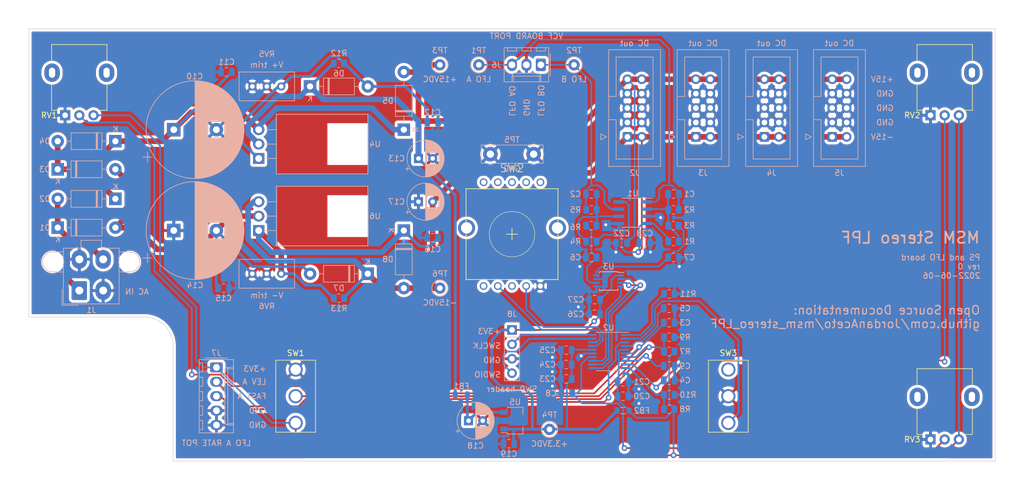
<source format=kicad_pcb>
(kicad_pcb (version 20211014) (generator pcbnew)
  (title_block (title "MSS Stereo LPF PS and LFO board") (date "2022-06-07") (rev "0") (comment 1 "creativecommons.org/licences/by/4.0") (comment 2 "License: CC by 4.0") (comment 3 "Drawn by: Jordan Aceto"))
  (layers (0 "F.Cu" signal) (31 "B.Cu" signal) (34 "B.Paste" user) (35 "F.Paste" user) (36 "B.SilkS" user "B.Silkscreen") (37 "F.SilkS" user "F.Silkscreen") (38 "B.Mask" user) (39 "F.Mask" user) (44 "Edge.Cuts" user))
  (net 0 "")
  (net 1 "Net-(C1-Pad1)")
  (net 2 "/LFO_A_FINAL")
  (net 3 "Net-(C2-Pad1)")
  (net 4 "/LFO_B_FINAL")
  (net 5 "/digital_lfo/LFO_A_FREQ_CV")
  (net 6 "GND")
  (net 7 "/digital_lfo/LFO_B_FREQ_CV")
  (net 8 "Net-(C5-Pad1)")
  (net 9 "/digital_lfo/LFO_B")
  (net 10 "/digital_lfo/LFO_A")
  (net 11 "/digital_lfo/LFO_B_LEVEL_CV")
  (net 12 "/digital_lfo/LFO_A_LEVEL_CV")
  (net 13 "Net-(C10-Pad1)")
  (net 14 "Net-(C12-Pad1)")
  (net 15 "+15V")
  (net 16 "Net-(C14-Pad2)")
  (net 17 "Net-(C16-Pad2)")
  (net 18 "-15V")
  (net 19 "Net-(C18-Pad1)")
  (net 20 "+3V3")
  (net 21 "+3.3VA")
  (net 22 "/power_supply/AC_VIN_1")
  (net 23 "/power_supply/AC_VIN_2")
  (net 24 "/digital_lfo/SYS_SWCLK")
  (net 25 "/digital_lfo/SYS_SWDIO")
  (net 26 "/digital_lfo/LFO_A_SHAPE_CV")
  (net 27 "/digital_lfo/LFO_B_SHAPE_CV")
  (net 28 "Net-(R11-Pad1)")
  (net 29 "/digital_lfo/INVERT_B_SW")
  (net 30 "/digital_lfo/FAST_A_SW")
  (net 31 "/digital_lfo/SPI1_SCK")
  (net 32 "/digital_lfo/SPI1_DAC_CS")
  (net 33 "/digital_lfo/SPI1_MOSI")
  (net 34 "/digital_lfo/SWEEP_MODE_SW_1")
  (net 35 "/digital_lfo/SWEEP_MODE_SW_2")
  (footprint "custom_footprints:SR1712F_rotary_switch" (layer "F.Cu") (at 153.67 61.595)
    (fp_text reference "SW2")
    (fp_text value "SR1712F-0203" hide)
  )
  (footprint "custom_footprints:SPDT_mini_toggle" (layer "F.Cu") (at 191.77 90.17)
    (fp_text reference "SW3")
    (fp_text value "SW_SPDT")
  )
  (footprint "Potentiometer_THT:Potentiometer_Alpha_RD901F-40-00D_Single_Vertical" (layer "F.Cu") (at 227.37 97.79 90)
    (fp_text reference "RV3")
    (fp_text value "10k")
  )
  (footprint "custom_footprints:SPDT_mini_toggle" (layer "F.Cu") (at 115.57 90.17)
    (fp_text reference "SW1")
    (fp_text value "SW_SPDT_center_off")
  )
  (footprint "Potentiometer_THT:Potentiometer_Alpha_RD901F-40-00D_Single_Vertical" (layer "F.Cu") (at 227.37 40.64 90)
    (fp_text reference "RV2")
    (fp_text value "10k")
  )
  (footprint "Potentiometer_THT:Potentiometer_Alpha_RD901F-40-00D_Single_Vertical" (layer "F.Cu") (at 74.97 40.64 90)
    (fp_text reference "RV1")
    (fp_text value "10k")
  )
  (footprint "Diode_THT:D_DO-41_SOD81_P10.16mm_Horizontal" (layer "B.Cu") (at 83.82 45.212 180)
    (fp_text reference "D4")
    (fp_text value "1N4002")
  )
  (footprint "Capacitor_SMD:C_0805_2012Metric" (layer "B.Cu") (at 168.2165 73.152 180)
    (fp_text reference "C27")
    (fp_text value "100n")
  )
  (footprint "Capacitor_SMD:C_0805_2012Metric" (layer "B.Cu") (at 163.228 87.122 180)
    (fp_text reference "C23")
    (fp_text value "10u")
  )
  (footprint "Diode_THT:D_DO-41_SOD81_P10.16mm_Horizontal" (layer "B.Cu") (at 83.82 55.372 180)
    (fp_text reference "D2")
    (fp_text value "1N4002")
  )
  (footprint "Resistor_SMD:R_0805_2012Metric" (layer "B.Cu") (at 182.118 62.898)
    (fp_text reference "R1")
    (fp_text value "100k")
  )
  (footprint "Capacitor_THT:CP_Radial_D6.3mm_P2.50mm" (layer "B.Cu") (at 137.2 55.88)
    (fp_text reference "C17")
    (fp_text value "10u")
  )
  (footprint "Connector_IDC:IDC-Header_2x05_P2.54mm_Vertical" (layer "B.Cu") (at 210.0675 44.45)
    (fp_text reference "J5")
    (fp_text value "power_out")
  )
  (footprint "Diode_THT:D_DO-41_SOD81_P10.16mm_Horizontal" (layer "B.Cu") (at 73.66 60.452)
    (fp_text reference "D1")
    (fp_text value "1N4002")
  )
  (footprint "Resistor_SMD:R_0805_2012Metric" (layer "B.Cu") (at 167.64 57.31 180)
    (fp_text reference "R5")
    (fp_text value "33k")
  )
  (footprint "Capacitor_SMD:C_0805_2012Metric" (layer "B.Cu") (at 181.356 77.216)
    (fp_text reference "C3")
    (fp_text value "100n")
  )
  (footprint "Capacitor_SMD:C_0805_2012Metric" (layer "B.Cu") (at 103.378 33.02 180)
    (fp_text reference "C11")
    (fp_text value "100n")
  )
  (footprint "Capacitor_SMD:C_0805_2012Metric" (layer "B.Cu") (at 102.87 71.12 180)
    (fp_text reference "C15")
    (fp_text value "100n")
  )
  (footprint "Inductor_SMD:L_0805_2012Metric" (layer "B.Cu") (at 173.228 92.71)
    (fp_text reference "FB2")
    (fp_text value "100R @ 100MHz")
  )
  (footprint "Capacitor_SMD:C_0805_2012Metric" (layer "B.Cu") (at 172.974 63.152 180)
    (fp_text reference "C22")
    (fp_text value "100n")
  )
  (footprint "TestPoint:TestPoint_Keystone_5000-5004_Miniature" (layer "B.Cu") (at 140.97 31.75)
    (fp_text reference "TP3")
    (fp_text value "V+")
  )
  (footprint "Capacitor_SMD:C_0805_2012Metric" (layer "B.Cu") (at 139.7 62.23)
    (fp_text reference "C16")
    (fp_text value "100n")
  )
  (footprint "Capacitor_SMD:C_0805_2012Metric" (layer "B.Cu") (at 163.228 84.582 180)
    (fp_text reference "C24")
    (fp_text value "100n")
  )
  (footprint "Connector_IDC:IDC-Header_2x05_P2.54mm_Vertical" (layer "B.Cu") (at 186.055 44.45)
    (fp_text reference "J3")
    (fp_text value "power_out")
  )
  (footprint "Capacitor_SMD:C_0805_2012Metric" (layer "B.Cu") (at 173.228 90.17)
    (fp_text reference "C20")
    (fp_text value "1u")
  )
  (footprint "Capacitor_SMD:C_0805_2012Metric" (layer "B.Cu") (at 163.322 89.662 180)
    (fp_text reference "C8")
    (fp_text value "100n")
  )
  (footprint "Package_TO_SOT_THT:TO-220F-3_Horizontal_TabDown" (layer "B.Cu") (at 109.06 48.26 90)
    (fp_text reference "U4")
    (fp_text value "LM317_TO-220")
  )
  (footprint "TestPoint:TestPoint_Keystone_5000-5004_Miniature" (layer "B.Cu") (at 164.592 31.75)
    (fp_text reference "TP2")
    (fp_text value "LFO_B")
  )
  (footprint "Resistor_SMD:R_0805_2012Metric" (layer "B.Cu") (at 123.19 31.496)
    (fp_text reference "R12")
    (fp_text value "240")
  )
  (footprint "Diode_THT:D_DO-41_SOD81_P10.16mm_Horizontal" (layer "B.Cu") (at 73.66 50.165)
    (fp_text reference "D3")
    (fp_text value "1N4002")
  )
  (footprint "Capacitor_SMD:C_0805_2012Metric" (layer "B.Cu") (at 163.228 82.042 180)
    (fp_text reference "C25")
    (fp_text value "100n")
  )
  (footprint "Capacitor_SMD:C_0805_2012Metric" (layer "B.Cu") (at 139.7 41.91)
    (fp_text reference "C12")
    (fp_text value "100n")
  )
  (footprint "Capacitor_SMD:C_0805_2012Metric" (layer "B.Cu") (at 181.356 84.836)
    (fp_text reference "C9")
    (fp_text value "100n")
  )
  (footprint "Capacitor_SMD:C_0805_2012Metric" (layer "B.Cu") (at 181.356 74.676)
    (fp_text reference "C5")
    (fp_text value "100n")
  )
  (footprint "Resistor_SMD:R_0805_2012Metric" (layer "B.Cu") (at 181.356 82.296 180)
    (fp_text reference "R7")
    (fp_text value "R")
  )
  (footprint "Resistor_SMD:R_0805_2012Metric" (layer "B.Cu") (at 182.118 60.104 180)
    (fp_text reference "R3")
    (fp_text value "6k8")
  )
  (footprint "Package_SO:TSSOP-20_4.4x6.5mm_P0.65mm" (layer "B.Cu") (at 170.688 82.296 180)
    (fp_text reference "U2")
    (fp_text value "STM32L031F4Px")
  )
  (footprint "Capacitor_THT:CP_Radial_D6.3mm_P2.50mm" (layer "B.Cu") (at 146.0115 94.488)
    (fp_text reference "C18")
    (fp_text value "2u2")
  )
  (footprint "Package_SO:SOIC-8_3.9x4.9mm_P1.27mm" (layer "B.Cu") (at 174.945 57.818 180)
    (fp_text reference "U1")
    (fp_text value "TL072")
  )
  (footprint "Package_TO_SOT_THT:TO-220F-3_Horizontal_TabDown" (layer "B.Cu") (at 109.06 60.96 90)
    (fp_text reference "U6")
    (fp_text value "LM337_TO220")
  )
  (footprint "Capacitor_SMD:C_0805_2012Metric" (layer "B.Cu") (at 173.228 87.63)
    (fp_text reference "C21")
    (fp_text value "100n")
  )
  (footprint "Connector_IDC:IDC-Header_2x05_P2.54mm_Vertical" (layer "B.Cu") (at 173.99 44.45)
    (fp_text reference "J2")
    (fp_text value "power_out")
  )
  (footprint "Connector_PinHeader_2.54mm:PinHeader_1x04_P2.54mm_Vertical" (layer "B.Cu") (at 153.67 78.486 180)
    (fp_text reference "J8")
    (fp_text value "swd_header")
  )
  (footprint "Diode_THT:D_DO-41_SOD81_P10.16mm_Horizontal" (layer "B.Cu") (at 118.11 35.56)
    (fp_text reference "D6")
    (fp_text value "1N4002")
  )
  (footprint "TestPoint:TestPoint_Keystone_5000-5004_Miniature" (layer "B.Cu") (at 140.97 71.12)
    (fp_text reference "TP6")
    (fp_text value "V-")
  )
  (footprint "Capacitor_SMD:C_0805_2012Metric" (layer "B.Cu") (at 167.64 65.692 180)
    (fp_text reference "C6")
    (fp_text value "1u")
  )
  (footprint "Capacitor_THT:CP_Radial_D17.0mm_P7.50mm" (layer "B.Cu") (at 94.1 43.18)
    (fp_text reference "C10")
    (fp_text value "3300u")
  )
  (footprint "Inductor_SMD:L_0805_2012Metric" (layer "B.Cu") (at 144.7415 89.916)
    (fp_text reference "FB1")
    (fp_text value "100R @ 100MHz")
  )
  (footprint "Resistor_SMD:R_0805_2012Metric" (layer "B.Cu") (at 181.356 89.916)
    (fp_text reference "R10")
    (fp_text value "10k")
  )
  (footprint "Resistor_SMD:R_0805_2012Metric" (layer "B.Cu") (at 167.64 62.898 180)
    (fp_text reference "R4")
    (fp_text value "100k")
  )
  (footprint "TestPoint:TestPoint_Keystone_5000-5004_Miniature" (layer "B.Cu") (at 160.274 96.012)
    (fp_text reference "TP4")
    (fp_text value "3v3")
  )
  (footprint "Capacitor_THT:CP_Radial_D6.3mm_P2.50mm" (layer "B.Cu") (at 137.2 48.26)
    (fp_text reference "C13")
    (fp_text value "10u")
  )
  (footprint "Resistor_SMD:R_0805_2012Metric" (layer "B.Cu") (at 182.118 57.31)
    (fp_text reference "R2")
    (fp_text value "33k")
  )
  (footprint "Resistor_SMD:R_0805_2012Metric" (layer "B.Cu") (at 181.356 79.756)
    (fp_text reference "R9")
    (fp_text value "R")
  )
  (footprint "Diode_THT:D_DO-41_SOD81_P10.16mm_Horizontal" (layer "B.Cu") (at 134.62 60.96 -90)
    (fp_text reference "D8")
    (fp_text value "1N4002")
  )
  (footprint "Diode_THT:D_DO-41_SOD81_P10.16mm_Horizontal" (layer "B.Cu") (at 134.62 43.18 90)
    (fp_text reference "D5")
    (fp_text value "1N4002")
  )
  (footprint "Resistor_SMD:R_0805_2012Metric" (layer "B.Cu") (at 181.356 92.456 180)
    (fp_text reference "R8")
    (fp_text value "DNF")
  )
  (footprint "Resistor_SMD:R_0805_2012Metric" (layer "B.Cu") (at 123.19 72.898)
    (fp_text reference "R13")
    (fp_text value "240")
  )
  (footprint "Connector_Molex:Molex_Mini-Fit_Jr_5566-04A2_2x02_P4.20mm_Vertical" (layer "B.Cu") (at 77.47 71.54)
    (fp_text reference "J1")
    (fp_text value "AC_power_in")
  )
  (footprint "TestPoint:TestPoint_Bridge_Pitch7.62mm_Drill1.3mm" (layer "B.Cu") (at 149.86 47.498)
    (fp_text reference "TP5")
    (fp_text value "GND")
  )
  (footprint "Capacitor_SMD:C_0805_2012Metric" (layer "B.Cu") (at 153.1235 98.552 180)
    (fp_text reference "C19")
    (fp_text value "100n")
  )
  (footprint "Resistor_SMD:R_0805_2012Metric" (layer "B.Cu") (at 167.64 60.104)
    (fp_text reference "R6")
    (fp_text value "6k8")
  )
  (footprint "TestPoint:TestPoint_Keystone_5000-5004_Miniature" (layer "B.Cu") (at 147.828 31.75)
    (fp_text reference "TP1")
    (fp_text value "LFO_A")
  )
  (footprint "Capacitor_SMD:C_0805_2012Metric" (layer "B.Cu") (at 182.118 54.516)
    (fp_text reference "C1")
    (fp_text value "?")
  )
  (footprint "Capacitor_THT:CP_Radial_D17.0mm_P7.50mm" (layer "B.Cu") (at 94.1 60.96)
    (fp_text reference "C14")
    (fp_text value "3300u")
  )
  (footprint "Potentiometer_THT:Potentiometer_Bourns_3296W_Vertical" (layer "B.Cu") (at 113.03 35.56)
    (fp_text reference "RV5")
    (fp_text value "5k")
  )
  (footprint "Potentiometer_THT:Potentiometer_Bourns_3296W_Vertical" (layer "B.Cu") (at 107.94 68.58 180)
    (fp_text reference "RV6")
    (fp_text value "5k")
  )
  (footprint "Resistor_SMD:R_0805_2012Metric" (layer "B.Cu") (at 181.356 72.136)
    (fp_text reference "R11")
    (fp_text value "10k")
  )
  (footprint "Capacitor_SMD:C_0805_2012Metric" (layer "B.Cu") (at 177.038 63.152 180)
    (fp_text reference "C28")
    (fp_text value "100n")
  )
  (footprint "Capacitor_SMD:C_0805_2012Metric" (layer "B.Cu") (at 181.356 87.376)
    (fp_text reference "C4")
    (fp_text value "100n")
  )
  (footprint "Connector_IDC:IDC-Header_2x05_P2.54mm_Vertical" (layer "B.Cu") (at 198.12 44.45)
    (fp_text reference "J4")
    (fp_text value "power_out")
  )
  (footprint "Connector_Molex:Molex_KK-254_AE-6410-05A_1x05_P2.54mm_Vertical" (layer "B.Cu") (at 101.62 85.09 -90)
    (fp_text reference "J7")
    (fp_text value "rate_pot")
  )
  (footprint "Capacitor_SMD:C_0805_2012Metric" (layer "B.Cu") (at 168.2165 75.692 180)
    (fp_text reference "C26")
    (fp_text value "10u")
  )
  (footprint "Diode_THT:D_DO-41_SOD81_P10.16mm_Horizontal" (layer "B.Cu") (at 128.27 68.58 180)
    (fp_text reference "D7")
    (fp_text value "1N4002")
  )
  (footprint "Package_TO_SOT_SMD:SOT-89-3" (layer "B.Cu") (at 153.924 94.488)
    (fp_text reference "U5")
    (fp_text value "L78L33_SOT89")
  )
  (footprint "Capacitor_SMD:C_0805_2012Metric" (layer "B.Cu") (at 167.64 54.516 180)
    (fp_text reference "C2")
    (fp_text value "?")
  )
  (footprint "Capacitor_SMD:C_0805_2012Metric" (layer "B.Cu") (at 182.118 65.692)
    (fp_text reference "C7")
    (fp_text value "1u")
  )
  (footprint "Connector_Molex:Molex_KK-254_AE-6410-03A_1x03_P2.54mm_Vertical" (layer "B.Cu") (at 158.75 31.75 180)
    (fp_text reference "J6")
    (fp_text value "filter_board_port")
  )
  (footprint "Package_SO:TSSOP-8_3x3mm_P0.65mm" (layer "B.Cu") (at 170.688 69.85 180)
    (fp_text reference "U3")
    (fp_text value "MCP4822")
  )
  (gr_line (start 238.76 101.6) (end 93.98 101.6) (layer "Edge.Cuts") (width 0.1))
  (gr_line (start 68.58 25.4) (end 238.76 25.4) (layer "Edge.Cuts") (width 0.1))
  (gr_line (start 68.58 76.2) (end 68.58 25.4) (layer "Edge.Cuts") (width 0.1))
  (gr_line (start 88.9 76.2) (end 68.58 76.2) (layer "Edge.Cuts") (width 0.1))
  (gr_line (start 93.98 101.6) (end 93.98 81.28) (layer "Edge.Cuts") (width 0.1))
  (gr_arc (start 88.9 76.2) (mid 92.492102 77.687898) (end 93.98 81.28) (layer "Edge.Cuts") (width 0.1))
  (gr_line (start 238.76 25.4) (end 238.76 101.6) (layer "Edge.Cuts") (width 0.1))
  (gr_text "SWCLK" (at 151.765 81.28) (layer "B.SilkS") (effects (font (size 1 1)) (justify left mirror)))
  (gr_text "LFO A RATE POT" (at 101.6 98.425) (layer "B.SilkS") (effects (font (size 1 1)) (justify mirror)))
  (gr_text "DC out" (at 211.3375 27.94) (layer "B.SilkS") (effects (font (size 1 1)) (justify mirror)))
  (gr_text "GND" (at 151.765 83.82) (layer "B.SilkS") (effects (font (size 1 1)) (justify left mirror)))
  (gr_text "DC out" (at 187.325 27.94) (layer "B.SilkS") (effects (font (size 1 1)) (justify mirror)))
  (gr_text "-15VDC" (at 140.97 73.66) (layer "B.SilkS") (effects (font (size 1 1)) (justify mirror)))
  (gr_text "GND" (at 220.98 36.83) (layer "B.SilkS") (effects (font (size 1 1)) (justify left mirror)))
  (gr_text "LFO A" (at 147.828 34.29) (layer "B.SilkS") (effects (font (size 1 1)) (justify mirror)))
  (gr_text "LFO B" (at 164.592 34.29) (layer "B.SilkS") (effects (font (size 1 1)) (justify mirror)))
  (gr_text "PS and LFO board\nrev 0\n2022-06-06" (at 236.22 67.31) (layer "B.SilkS") (effects (font (size 1 1)) (justify left mirror)))
  (gr_text "GND" (at 110.49 92.71) (layer "B.SilkS") (effects (font (size 1 1)) (justify left mirror)))
  (gr_text "V+ trim" (at 110.49 31.75) (layer "B.SilkS") (effects (font (size 1 1)) (justify mirror)))
  (gr_text "GND" (at 153.67 50.038) (layer "B.SilkS") (effects (font (size 1 1)) (justify mirror)))
  (gr_text "LFO AO" (at 153.67 40.894 270) (layer "B.SilkS") (effects (font (size 1 1)) (justify left mirror)))
  (gr_text "Open Source Documentation:\ngithub.com/JordanAceto/msm_stereo_LPF" (at 236.22 76.2) (layer "B.SilkS") (effects (font (size 1.5 1.5) (thickness 0.2)) (justify left mirror)))
  (gr_text "DC out" (at 175.26 27.94) (layer "B.SilkS") (effects (font (size 1 1)) (justify mirror)))
  (gr_text "GND" (at 156.21 40.894 270) (layer "B.SilkS") (effects (font (size 1 1)) (justify left mirror)))
  (gr_text "MSM Stereo LPF" (at 236.22 62.23) (layer "B.SilkS") (effects (font (size 2 2) (thickness 0.3)) (justify left mirror)))
  (gr_text "+3V3" (at 151.765 78.74) (layer "B.SilkS") (effects (font (size 1 1)) (justify left mirror)))
  (gr_text "+15VDC" (at 140.97 34.29) (layer "B.SilkS") (effects (font (size 1 1)) (justify mirror)))
  (gr_text "SWD header" (at 153.67 88.9) (layer "B.SilkS") (effects (font (size 1 1)) (justify mirror)))
  (gr_text "DC out" (at 199.39 27.94) (layer "B.SilkS") (effects (font (size 1 1)) (justify mirror)))
  (gr_text "AC IN" (at 87.63 71.755) (layer "B.SilkS") (effects (font (size 1 1)) (justify mirror)))
  (gr_text "GND" (at 220.98 39.37) (layer "B.SilkS") (effects (font (size 1 1)) (justify left mirror)))
  (gr_text "LFO BO" (at 158.75 40.894 270) (layer "B.SilkS") (effects (font (size 1 1)) (justify left mirror)))
  (gr_text "SWDIO" (at 151.765 86.36) (layer "B.SilkS") (effects (font (size 1 1)) (justify left mirror)))
  (gr_text "FAST A" (at 110.49 90.17) (layer "B.SilkS") (effects (font (size 1 1)) (justify left mirror)))
  (gr_text "VCF BOARD PORT" (at 156.21 26.67) (layer "B.SilkS") (effects (font (size 1 1)) (justify mirror)))
  (gr_text "GND" (at 110.49 95.25) (layer "B.SilkS") (effects (font (size 1 1)) (justify left mirror)))
  (gr_text "V- trim" (at 110.49 72.39) (layer "B.SilkS") (effects (font (size 1 1)) (justify mirror)))
  (gr_text "+3V3" (at 110.49 85.34) (layer "B.SilkS") (effects (font (size 1 1)) (justify left mirror)))
  (gr_text "GND" (at 220.98 41.91) (layer "B.SilkS") (effects (font (size 1 1)) (justify left mirror)))
  (gr_text "LEV A" (at 110.49 87.63) (layer "B.SilkS") (effects (font (size 1 1)) (justify left mirror)))
  (gr_text "-15V" (at 220.98 44.45) (layer "B.SilkS") (effects (font (size 1 1)) (justify left mirror)))
  (gr_text "+3.3VDC" (at 160.274 98.552) (layer "B.SilkS") (effects (font (size 1 1)) (justify mirror)))
  (gr_text "+15V" (at 220.98 34.29) (layer "B.SilkS") (effects (font (size 1 1)) (justify left mirror)))
  (segment (start 181.168 60.0665) (end 181.2055 60.104) (width 0.3) (layer "B.Cu") (net 1))
  (segment (start 183.0305 62.898) (end 183.0305 61.929) (width 0.3) (layer "B.Cu") (net 1))
  (segment (start 183.0305 61.929) (end 181.2055 60.104) (width 0.3) (layer "B.Cu") (net 1))
  (segment (start 177.42 57.183) (end 181.0785 57.183) (width 0.3) (layer "B.Cu") (net 1))
  (segment (start 181.0785 57.183) (end 181.2055 57.31) (width 0.3) (layer "B.Cu") (net 1))
  (segment (start 181.168 54.516) (end 181.168 60.0665) (width 0.3) (layer "B.Cu") (net 1))
  (segment (start 183.0305 54.5535) (end 183.068 54.516) (width 0.3) (layer "B.Cu") (net 2))
  (segment (start 183.068 54.516) (end 183.068 54.196) (width 0.3) (layer "B.Cu") (net 2))
  (segment (start 181.323 52.992) (end 181.864 52.992) (width 0.3) (layer "B.Cu") (net 2))
  (segment (start 180.34 52.992) (end 179.578 53.754) (width 0.3) (layer "B.Cu") (net 2))
  (segment (start 180.34 52.992) (end 181.323 52.992) (width 0.3) (layer "B.Cu") (net 2))
  (segment (start 179.578 55.278) (end 178.943 55.913) (width 0.3) (layer "B.Cu") (net 2))
  (segment (start 181.323 52.992) (end 181.356 52.959) (width 0.3) (layer "B.Cu") (net 2))
  (segment (start 183.068 54.196) (end 181.864 52.992) (width 0.3) (layer "B.Cu") (net 2))
  (segment (start 183.0305 57.31) (end 183.0305 54.5535) (width 0.3) (layer "B.Cu") (net 2))
  (segment (start 158.115 27.305) (end 153.67 31.75) (width 0.3) (layer "B.Cu") (net 2))
  (segment (start 153.67 31.75) (end 147.828 31.75) (width 0.3) (layer "B.Cu") (net 2))
  (segment (start 179.578 53.754) (end 179.578 55.278) (width 0.3) (layer "B.Cu") (net 2))
  (segment (start 181.356 28.956) (end 179.705 27.305) (width 0.3) (layer "B.Cu") (net 2))
  (segment (start 179.705 27.305) (end 158.115 27.305) (width 0.3) (layer "B.Cu") (net 2))
  (segment (start 178.943 55.913) (end 177.42 55.913) (width 0.3) (layer "B.Cu") (net 2))
  (segment (start 181.356 52.959) (end 181.356 28.956) (width 0.3) (layer "B.Cu") (net 2))
  (segment (start 168.651 58.453) (end 168.59 58.514) (width 0.3) (layer "B.Cu") (net 3))
  (segment (start 165.354 61.5245) (end 166.7275 62.898) (width 0.3) (layer "B.Cu") (net 3))
  (segment (start 172.47 58.453) (end 168.651 58.453) (width 0.3) (layer "B.Cu") (net 3))
  (segment (start 168.524 58.58) (end 166.116 58.58) (width 0.3) (layer "B.Cu") (net 3))
  (segment (start 168.651 58.453) (end 168.524 58.58) (width 0.3) (layer "B.Cu") (net 3))
  (segment (start 166.116 58.58) (end 165.354 59.342) (width 0.3) (layer "B.Cu") (net 3))
  (segment (start 168.59 60.0665) (end 168.5525 60.104) (width 0.3) (layer "B.Cu") (net 3))
  (segment (start 168.59 54.516) (end 168.59 58.514) (width 0.3) (layer "B.Cu") (net 3))
  (segment (start 165.354 59.342) (end 165.354 61.5245) (width 0.3) (layer "B.Cu") (net 3))
  (segment (start 168.59 58.514) (end 168.59 60.0665) (width 0.3) (layer "B.Cu") (net 3))
  (segment (start 166.69 57.2725) (end 166.7275 57.31) (width 0.3) (layer "B.Cu") (net 4))
  (segment (start 167.64 34.798) (end 164.592 31.75) (width 0.3) (layer "B.Cu") (net 4))
  (segment (start 167.64 52.992) (end 167.64 34.798) (width 0.3) (layer "B.Cu") (net 4))
  (segment (start 164.592 31.75) (end 158.75 31.75) (width 0.3) (layer "B.Cu") (net 4))
  (segment (start 166.69 53.942) (end 166.69 54.516) (width 0.3) (layer "B.Cu") (net 4))
  (segment (start 169.926 56.04) (end 169.926 54.008) (width 0.3) (layer "B.Cu") (net 4))
  (segment (start 171.069 57.183) (end 169.926 56.04) (width 0.3) (layer "B.Cu") (net 4))
  (segment (start 169.926 54.008) (end 168.91 52.992) (width 0.3) (layer "B.Cu") (net 4))
  (segment (start 167.64 52.992) (end 166.69 53.942) (width 0.3) (layer "B.Cu") (net 4))
  (segment (start 166.69 54.516) (end 166.69 57.2725) (width 0.3) (layer "B.Cu") (net 4))
  (segment (start 172.47 57.183) (end 171.069 57.183) (width 0.3) (layer "B.Cu") (net 4))
  (segment (start 167.64 52.992) (end 168.91 52.992) (width 0.3) (layer "B.Cu") (net 4))
  (segment (start 116.332 88.392) (end 117.610489 89.670489) (width 0.3) (layer "F.Cu") (net 5))
  (segment (start 176.058018 81.751982) (end 176.058018 81.511021) (width 0.3) (layer "F.Cu") (net 5))
  (segment (start 168.139511 89.670489) (end 176.058018 81.751982) (width 0.3) (layer "F.Cu") (net 5))
  (segment (start 117.610489 89.670489) (end 168.139511 89.670489) (width 0.3) (layer "F.Cu") (net 5))
  (segment (start 102.299661 86.36) (end 104.331661 88.392) (width 0.3) (layer "F.Cu") (net 5))
  (segment (start 104.331661 88.392) (end 116.332 88.392) (width 0.3) (layer "F.Cu") (net 5))
  (segment (start 97.282 86.36) (end 102.299661 86.36) (width 0.3) (layer "F.Cu") (net 5))
  (via (at 176.058018 81.511021) (size 1) (drill 0.5) (layers "F.Cu" "B.Cu") (net 5))
  (via (at 97.282 86.36) (size 1) (drill 0.5) (layers "F.Cu" "B.Cu") (net 5))
  (segment (start 180.406 77.216) (end 180.406 77.404) (width 0.3) (layer "B.Cu") (net 5))
  (segment (start 77.47 40.64) (end 78.74 41.91) (width 0.3) (layer "B.Cu") (net 5))
  (segment (start 173.5505 82.621) (end 174.948039 82.621) (width 0.3) (layer "B.Cu") (net 5))
  (segment (start 180.406 77.404) (end 176.298979 81.511021) (width 0.3) (layer "B.Cu") (net 5))
  (segment (start 90.678 46.482) (end 90.678 68.072) (width 0.3) (layer "B.Cu") (net 5))
  (segment (start 78.74 41.91) (end 86.106 41.91) (width 0.3) (layer "B.Cu") (net 5))
  (segment (start 176.298979 81.511021) (end 176.058018 81.511021) (width 0.3) (layer "B.Cu") (net 5))
  (segment (start 86.106 41.91) (end 90.678 46.482) (width 0.3) (layer "B.Cu") (net 5))
  (segment (start 90.678 68.072) (end 97.282 74.676) (width 0.3) (layer "B.Cu") (net 5))
  (segment (start 97.282 74.676) (end 97.282 86.36) (width 0.3) (layer "B.Cu") (net 5))
  (segment (start 174.948039 82.621) (end 176.058018 81.511021) (width 0.3) (layer "B.Cu") (net 5))
  (via (at 170.18 59.944) (size 1) (drill 0.5) (layers "F.Cu" "B.Cu") (net 6))
  (via (at 176.022 91.44) (size 1) (drill 0.5) (layers "F.Cu" "B.Cu") (net 6))
  (via (at 160.782 85.852) (size 1) (drill 0.5) (layers "F.Cu" "B.Cu") (net 6))
  (via (at 179.832 58.674) (size 1) (drill 0.5) (layers "F.Cu" "B.Cu") (net 6))
  (via (at 178.054 64.77) (size 1) (drill 0.5) (layers "F.Cu" "B.Cu") (net 6))
  (via (at 165.608 67.31) (size 1) (drill 0.5) (layers "F.Cu" "B.Cu") (net 6))
  (via (at 165.862 83.058) (size 1) (drill 0.5) (layers "F.Cu" "B.Cu") (net 6))
  (via (at 165.354 74.422) (size 1) (drill 0.5) (layers "F.Cu" "B.Cu") (net 6))
  (via (at 171.958 64.77) (size 1) (drill 0.5) (layers "F.Cu" "B.Cu") (net 6))
  (via (at 160.782 83.312) (size 1) (drill 0.5) (layers "F.Cu" "B.Cu") (net 6))
  (via (at 160.782 88.392) (size 1) (drill 0.5) (layers "F.Cu" "B.Cu") (net 6))
  (via (at 176.022 88.9) (size 1) (drill 0.5) (layers "F.Cu" "B.Cu") (net 6))
  (via (at 183.134 67.31) (size 1) (drill 0.5) (layers "F.Cu" "B.Cu") (net 6))
  (segment (start 169.967 70.825) (end 170.18 70.612) (width 0.3) (layer "B.Cu") (net 6))
  (segment (start 170.18 70.612) (end 170.18 69.85) (width 0.3) (layer "B.Cu") (net 6))
  (segment (start 172.024 64.704) (end 171.958 64.77) (width 0.3) (layer "B.Cu") (net 6))
  (segment (start 152.274 98.4515) (end 152.1735 98.552) (width 0.5) (layer "B.Cu") (net 6))
  (segment (start 177.988 64.704) (end 178.054 64.77) (width 0.3) (layer "B.Cu") (net 6))
  (segment (start 169.855 69.525) (end 168.538 69.525) (width 0.3) (layer "B.Cu") (net 6))
  (segment (start 168.538 70.825) (end 169.967 70.825) (width 0.3) (layer "B.Cu") (net 6))
  (segment (start 172.024 63.152) (end 172.024 64.704) (width 0.3) (layer "B.Cu") (net 6))
  (segment (start 166.299 82.621) (end 165.862 83.058) (width 0.3) (layer "B.Cu") (net 6))
  (segment (start 177.988 63.152) (end 177.988 64.704) (width 0.3) (layer "B.Cu") (net 6))
  (segment (start 167.8255 82.621) (end 166.299 82.621) (width 0.3) (layer "B.Cu") (net 6))
  (segment (start 177.42 58.453) (end 179.611 58.453) (width 0.3) (layer "B.Cu") (net 6))
  (segment (start 170.18 69.85) (end 169.855 69.525) (width 0.3) (layer "B.Cu") (net 6))
  (segment (start 170.401 59.723) (end 170.18 59.944) (width 0.3) (layer "B.Cu") (net 6))
  (segment (start 172.47 59.723) (end 170.401 59.723) (width 0.3) (layer "B.Cu") (net 6))
  (segment (start 179.611 58.453) (end 179.832 58.674) (width 0.3) (layer "B.Cu") (net 6))
  (segment (start 229.666489 83.870489) (end 183.845511 83.870489) (width 0.3) (layer "F.Cu") (net 7))
  (segment (start 229.87 84.074) (end 229.666489 83.870489) (width 0.3) (layer "F.Cu") (net 7))
  (segment (start 183.845511 83.870489) (end 179.07 88.646) (width 0.3) (layer "F.Cu") (net 7))
  (via (at 229.87 84.074) (size 1) (drill 0.5) (layers "F.Cu" "B.Cu") (net 7))
  (via (at 179.07 88.646) (size 1) (drill 0.5) (layers "F.Cu" "B.Cu") (net 7))
  (segment (start 180.406 87.376) (end 180.34 87.376) (width 0.3) (layer "B.Cu") (net 7))
  (segment (start 173.5505 84.571) (end 174.995 84.571) (width 0.3) (layer "B.Cu") (net 7))
  (segment (start 174.995 84.571) (end 179.07 88.646) (width 0.3) (layer "B.Cu") (net 7))
  (segment (start 229.87 40.64) (end 229.87 84.074) (width 0.3) (layer "B.Cu") (net 7))
  (segment (start 180.34 87.376) (end 179.07 88.646) (width 0.3) (layer "B.Cu") (net 7))
  (segment (start 176.585584 80.518) (end 179.324 77.779584) (width 0.3) (layer "B.Cu") (net 8))
  (segment (start 179.324 75.758) (end 180.406 74.676) (width 0.3) (layer "B.Cu") (net 8))
  (segment (start 179.324 77.779584) (end 179.324 75.758) (width 0.3) (layer "B.Cu") (net 8))
  (segment (start 174.711 81.321) (end 175.514 80.518) (width 0.3) (layer "B.Cu") (net 8))
  (segment (start 173.5505 81.321) (end 174.711 81.321) (width 0.3) (layer "B.Cu") (net 8))
  (segment (start 175.514 80.518) (end 176.585584 80.518) (width 0.3) (layer "B.Cu") (net 8))
  (segment (start 166.878 67.404) (end 168.59 65.692) (width 0.3) (layer "B.Cu") (net 9))
  (segment (start 166.878 69.596) (end 166.878 67.404) (width 0.3) (layer "B.Cu") (net 9))
  (segment (start 167.64 61.0165) (end 166.7275 60.104) (width 0.3) (layer "B.Cu") (net 9))
  (segment (start 167.64 64.742) (end 167.64 61.0165) (width 0.3) (layer "B.Cu") (net 9))
  (segment (start 168.59 65.692) (end 167.64 64.742) (width 0.3) (layer "B.Cu") (net 9))
  (segment (start 168.538 70.175) (end 167.457 70.175) (width 0.3) (layer "B.Cu") (net 9))
  (segment (start 167.457 70.175) (end 166.878 69.596) (width 0.3) (layer "B.Cu") (net 9))
  (segment (start 183.0305 60.104) (end 183.89252 60.96602) (width 0.3) (layer "B.Cu") (net 10))
  (segment (start 181.168 65.692) (end 179.55 67.31) (width 0.3) (layer "B.Cu") (net 10))
  (segment (start 182.871369 64.61748) (end 182.24252 64.61748) (width 0.3) (layer "B.Cu") (net 10))
  (segment (start 182.24252 64.61748) (end 181.168 65.692) (width 0.3) (layer "B.Cu") (net 10))
  (segment (start 169.418 67.31) (end 168.538 68.19) (width 0.3) (layer "B.Cu") (net 10))
  (segment (start 168.538 68.19) (end 168.538 68.875) (width 0.3) (layer "B.Cu") (net 10))
  (segment (start 179.55 67.31) (end 169.418 67.31) (width 0.3) (layer "B.Cu") (net 10))
  (segment (start 183.89252 63.596329) (end 182.871369 64.61748) (width 0.3) (layer "B.Cu") (net 10))
  (segment (start 183.89252 60.96602) (end 183.89252 63.596329) (width 0.3) (layer "B.Cu") (net 10))
  (segment (start 183.134 99.822) (end 182.626 99.314) (width 0.3) (layer "F.Cu") (net 11))
  (segment (start 182.626 99.314) (end 173.482 99.314) (width 0.3) (layer "F.Cu") (net 11))
  (segment (start 229.87 97.79) (end 227.838 99.822) (width 0.3) (layer "F.Cu") (net 11))
  (segment (start 183.134 99.822) (end 227.838 99.822) (width 0.3) (layer "F.Cu") (net 11))
  (via (at 173.482 99.314) (size 1) (drill 0.5) (layers "F.Cu" "B.Cu") (net 11))
  (segment (start 167.8255 83.271) (end 167.102283 83.271) (width 0.3) (layer "B.Cu") (net 11))
  (segment (start 164.272 89.662) (end 166.05 91.44) (width 0.3) (layer "B.Cu") (net 11))
  (segment (start 173.228 92.368845) (end 173.228 99.06) (width 0.3) (layer "B.Cu") (net 11))
  (segment (start 172.299155 91.44) (end 173.228 92.368845) (width 0.3) (layer "B.Cu") (net 11))
  (segment (start 165.862 84.511283) (end 165.862 88.9) (width 0.3) (layer "B.Cu") (net 11))
  (segment (start 173.228 99.06) (end 173.482 99.314) (width 0.3) (layer "B.Cu") (net 11))
  (segment (start 165.1 89.662) (end 164.272 89.662) (width 0.3) (layer "B.Cu") (net 11))
  (segment (start 167.102283 83.271) (end 165.862 84.511283) (width 0.3) (layer "B.Cu") (net 11))
  (segment (start 166.05 91.44) (end 172.299155 91.44) (width 0.3) (layer "B.Cu") (net 11))
  (segment (start 165.862 88.9) (end 165.1 89.662) (width 0.3) (layer "B.Cu") (net 11))
  (segment (start 117.324051 90.678) (end 169.232624 90.678) (width 0.3) (layer "F.Cu") (net 12))
  (segment (start 101.62 87.63) (end 105.938 91.948) (width 0.3) (layer "F.Cu") (net 12))
  (segment (start 105.938 91.948) (end 116.054051 91.948) (width 0.3) (layer "F.Cu") (net 12))
  (segment (start 176.852624 83.058) (end 177.292 83.058) (width 0.3) (layer "F.Cu") (net 12))
  (segment (start 169.232624 90.678) (end 176.852624 83.058) (width 0.3) (layer "F.Cu") (net 12))
  (segment (start 116.054051 91.948) (end 117.324051 90.678) (width 0.3) (layer "F.Cu") (net 12))
  (via (at 177.292 83.058) (size 1) (drill 0.5) (layers "F.Cu" "B.Cu") (net 12))
  (segment (start 179.07 84.836) (end 177.292 83.058) (width 0.3) (layer "B.Cu") (net 12))
  (segment (start 173.5505 83.921) (end 175.921 83.921) (width 0.3) (layer "B.Cu") (net 12))
  (segment (start 175.921 83.921) (end 176.784 83.058) (width 0.3) (layer "B.Cu") (net 12))
  (segment (start 176.784 83.058) (end 177.292 83.058) (width 0.3) (layer "B.Cu") (net 12))
  (segment (start 180.406 84.836) (end 179.07 84.836) (width 0.3) (layer "B.Cu") (net 12))
  (segment (start 97.148 40.132) (end 94.1 43.18) (width 1) (layer "F.Cu") (net 13))
  (segment (start 83.82 55.372) (end 80.645 52.197) (width 1) (layer "F.Cu") (net 13))
  (segment (start 83.82 45.212) (end 92.068 45.212) (width 1) (layer "F.Cu") (net 13))
  (segment (start 80.645 52.197) (end 80.645 48.387) (width 1) (layer "F.Cu") (net 13))
  (segment (start 109.06 43.18) (end 108.966 43.18) (width 1) (layer "F.Cu") (net 13))
  (segment (start 80.645 48.387) (end 83.82 45.212) (width 1) (layer "F.Cu") (net 13))
  (segment (start 92.068 45.212) (end 94.1 43.18) (width 1) (layer "F.Cu") (net 13))
  (segment (start 105.918 40.132) (end 97.148 40.132) (width 1) (layer "F.Cu") (net 13))
  (segment (start 108.966 43.18) (end 105.918 40.132) (width 1) (layer "F.Cu") (net 13))
  (segment (start 104.328 33.02) (end 94.168 43.18) (width 0.5) (layer "B.Cu") (net 13))
  (segment (start 132.842 43.18) (end 134.62 43.18) (width 1) (layer "B.Cu") (net 13))
  (segment (start 112.268 39.37) (end 129.032 39.37) (width 1) (layer "B.Cu") (net 13))
  (segment (start 109.06 43.18) (end 109.06 42.578) (width 1) (layer "B.Cu") (net 13))
  (segment (start 94.168 43.18) (end 94.1 43.18) (width 0.5) (layer "B.Cu") (net 13))
  (segment (start 109.06 42.578) (end 112.268 39.37) (width 1) (layer "B.Cu") (net 13))
  (segment (start 129.032 39.37) (end 132.842 43.18) (width 1) (layer "B.Cu") (net 13))
  (segment (start 108.966 48.26) (end 106.172 45.466) (width 0.5) (layer "B.Cu") (net 14))
  (segment (start 124.1025 31.496) (end 122.8325 30.226) (width 0.5) (layer "B.Cu") (net 14))
  (segment (start 114.808 33.782) (end 113.03 35.56) (width 0.5) (layer "B.Cu") (net 14))
  (segment (start 138.75 41.91) (end 138.75 39.436) (width 0.5) (layer "B.Cu") (net 14))
  (segment (start 112.522 35.56) (end 113.03 35.56) (width 0.5) (layer "B.Cu") (net 14))
  (segment (start 106.172 45.466) (end 106.172 41.91) (width 0.5) (layer "B.Cu") (net 14))
  (segment (start 128.27 35.56) (end 124.206 31.496) (width 0.5) (layer "B.Cu") (net 14))
  (segment (start 138.75 39.436) (end 134.874 35.56) (width 0.5) (layer "B.Cu") (net 14))
  (segment (start 134.874 35.56) (end 128.27 35.56) (width 0.5) (layer "B.Cu") (net 14))
  (segment (start 122.8325 30.226) (end 121.666 30.226) (width 0.5) (layer "B.Cu") (net 14))
  (segment (start 106.172 41.91) (end 112.522 35.56) (width 0.5) (layer "B.Cu") (net 14))
  (segment (start 109.06 48.26) (end 108.966 48.26) (width 0.5) (layer "B.Cu") (net 14))
  (segment (start 121.666 30.226) (end 118.11 33.782) (width 0.5) (layer "B.Cu") (net 14))
  (segment (start 118.11 33.782) (end 114.808 33.782) (width 0.5) (layer "B.Cu") (net 14))
  (segment (start 124.206 31.496) (end 124.1025 31.496) (width 0.5) (layer "B.Cu") (net 14))
  (segment (start 137.2 33.06) (end 137.16 33.02) (width 1) (layer "F.Cu") (net 15))
  (segment (start 212.6075 34.29) (end 173.99 34.29) (width 1) (layer "F.Cu") (net 15))
  (segment (start 137.2 48.26) (end 137.2 33.06) (width 1) (layer "F.Cu") (net 15))
  (segment (start 137.414 41.656) (end 166.624 41.656) (width 1) (layer "F.Cu") (net 15))
  (segment (start 137.16 33.02) (end 134.62 33.02) (width 1) (layer "F.Cu") (net 15))
  (segment (start 137.16 33.02) (end 138.43 31.75) (width 1) (layer "F.Cu") (net 15))
  (segment (start 137.2 41.87) (end 137.414 41.656) (width 1) (layer "F.Cu") (net 15))
  (segment (start 138.43 31.75) (end 140.97 31.75) (width 1) (layer "F.Cu") (net 15))
  (segment (start 166.624 41.656) (end 173.99 34.29) (width 1) (layer "F.Cu") (net 15))
  (segment (start 137.2 48.26) (end 137.2 41.87) (width 1) (layer "F.Cu") (net 15))
  (segment (start 137.2 41.696) (end 133.35 37.846) (width 1) (layer "B.Cu") (net 15))
  (segment (start 173.609 55.913) (end 172.47 55.913) (width 0.3) (layer "B.Cu") (net 15))
  (segment (start 107.188 43.848) (end 109.06 45.72) (width 1) (layer "B.Cu") (net 15))
  (segment (start 112.268 37.338) (end 107.188 42.418) (width 1) (layer "B.Cu") (net 15))
  (segment (start 137.2 48.26) (end 137.2 41.696) (width 1) (layer "B.Cu") (net 15))
  (segment (start 174.244 62.832) (end 174.244 56.548) (width 0.3) (layer "B.Cu") (net 15))
  (segment (start 173.924 63.152) (end 175.26 61.816) (width 0.3) (layer "B.Cu") (net 15))
  (segment (start 122.2775 31.496) (end 122.174 31.496) (width 0.5) (layer "B.Cu") (net 15))
  (segment (start 175.26 35.56) (end 173.99 34.29) (width 0.3) (layer "B.Cu") (net 15))
  (segment (start 118.11 35.56) (end 116.332 37.338) (width 1) (layer "B.Cu") (net 15))
  (segment (start 143.679 89.916) (end 143.679 54.739) (width 0.5) (layer "B.Cu") (net 15))
  (segment (start 116.332 37.338) (end 112.268 37.338) (width 1) (layer "B.Cu") (net 15))
  (segment (start 120.396 37.846) (end 118.11 35.56) (width 1) (layer "B.Cu") (net 15))
  (segment (start 173.924 63.152) (end 174.244 62.832) (width 0.3) (layer "B.Cu") (net 15))
  (segment (start 133.35 37.846) (end 120.396 37.846) (width 1) (layer "B.Cu") (net 15))
  (segment (start 174.244 56.548) (end 173.609 55.913) (width 0.3) (layer "B.Cu") (net 15))
  (segment (start 175.26 61.816) (end 175.26 35.56) (width 0.3) (layer "B.Cu") (net 15))
  (segment (start 143.679 54.739) (end 137.2 48.26) (width 0.5) (layer "B.Cu") (net 15))
  (segment (start 107.188 42.418) (end 107.188 43.848) (width 1) (layer "B.Cu") (net 15))
  (segment (start 122.174 31.496) (end 118.11 35.56) (width 0.5) (layer "B.Cu") (net 15))
  (segment (start 83.82 60.452) (end 86.995 57.277) (width 1) (layer "F.Cu") (net 16))
  (segment (start 98.298 64.262) (end 101.6 60.96) (width 1) (layer "F.Cu") (net 16))
  (segment (start 87.376 60.452) (end 91.186 64.262) (width 1) (layer "F.Cu") (net 16))
  (segment (start 91.186 64.262) (end 98.298 64.262) (width 1) (layer "F.Cu") (net 16))
  (segment (start 86.995 53.34) (end 83.82 50.165) (width 1) (layer "F.Cu") (net 16))
  (segment (start 109.06 58.42) (end 104.14 58.42) (width 1) (layer "F.Cu") (net 16))
  (segment (start 86.995 57.277) (end 86.995 53.34) (width 1) (layer "F.Cu") (net 16))
  (segment (start 104.14 58.42) (end 101.6 60.96) (width 1) (layer "F.Cu") (net 16))
  (segment (start 83.82 60.452) (end 87.376 60.452) (width 1) (layer "F.Cu") (net 16))
  (segment (start 101.6 70.8) (end 101.6 60.96) (width 0.5) (layer "B.Cu") (net 16))
  (segment (start 101.92 71.12) (end 101.6 70.8) (width 0.5) (layer "B.Cu") (net 16))
  (segment (start 118.11 68.58) (end 116.84 67.31) (width 0.5) (layer "B.Cu") (net 16))
  (segment (start 116.84 67.31) (end 107.95 67.31) (width 0.5) (layer "B.Cu") (net 16))
  (segment (start 107.95 67.31) (end 101.6 60.96) (width 0.5) (layer "B.Cu") (net 16))
  (segment (start 113.02 68.58) (end 113.02 64.92) (width 1) (layer "F.Cu") (net 17))
  (segment (start 109.06 60.96) (end 113.02 64.92) (width 1) (layer "F.Cu") (net 17))
  (segment (start 139.126 63.754) (end 137.414 63.754) (width 0.5) (layer "B.Cu") (net 17))
  (segment (start 137.414 63.754) (end 134.62 60.96) (width 0.5) (layer "B.Cu") (net 17))
  (segment (start 109.06 62.578) (end 111.252 64.77) (width 1) (layer "B.Cu") (net 17))
  (segment (start 115.311 68.58) (end 113.02 68.58) (width 0.5) (layer "B.Cu") (net 17))
  (segment (start 140.65 62.23) (end 139.126 63.754) (width 0.5) (layer "B.Cu") (net 17))
  (segment (start 119.9915 70.612) (end 117.343 70.612) (width 0.5) (layer "B.Cu") (net 17))
  (segment (start 111.252 64.77) (end 130.81 64.77) (width 1) (layer "B.Cu") (net 17))
  (segment (start 122.2775 72.898) (end 119.9915 70.612) (width 0.5) (layer "B.Cu") (net 17))
  (segment (start 117.343 70.612) (end 115.311 68.58) (width 0.5) (layer "B.Cu") (net 17))
  (segment (start 109.06 60.96) (end 109.06 62.578) (width 1) (layer "B.Cu") (net 17))
  (segment (start 130.81 64.77) (end 134.62 60.96) (width 1) (layer "B.Cu") (net 17))
  (segment (start 175.895 64.77) (end 176.53 64.135) (width 0.3) (layer "F.Cu") (net 18))
  (segment (start 139.7 55.88) (end 144.78 50.8) (width 1) (layer "F.Cu") (net 18))
  (segment (start 144.78 50.8) (end 167.64 50.8) (width 1) (layer "F.Cu") (net 18))
  (segment (start 139.7 55.88) (end 139.7 71.12) (width 1) (layer "F.Cu") (net 18))
  (segment (start 139.7 71.12) (end 137.414 71.12) (width 1) (layer "F.Cu") (net 18))
  (segment (start 130.81 71.12) (end 128.27 68.58) (width 1) (layer "F.Cu") (net 18))
  (segment (start 137.414 71.12) (end 134.62 71.12) (width 1) (layer "F.Cu") (net 18))
  (segment (start 140.97 71.12) (end 137.414 71.12) (width 1) (layer "F.Cu") (net 18))
  (segment (start 167.64 50.8) (end 173.99 44.45) (width 1) (layer "F.Cu") (net 18))
  (segment (start 212.6075 44.45) (end 173.99 44.45) (width 1) (layer "F.Cu") (net 18))
  (segment (start 176.53 64.135) (end 176.53 44.45) (width 0.3) (layer "F.Cu") (net 18))
  (segment (start 134.62 71.12) (end 130.81 71.12) (width 1) (layer "F.Cu") (net 18))
  (via (at 175.895 64.77) (size 1) (drill 0.5) (layers "F.Cu" "B.Cu") (net 18))
  (segment (start 172.974 64.018425) (end 172.974 62.23) (width 0.3) (layer "B.Cu") (net 18))
  (segment (start 176.088 64.577) (end 175.895 64.77) (width 0.3) (layer "B.Cu") (net 18))
  (segment (start 175.895 64.77) (end 173.725575 64.77) (width 0.3) (layer "B.Cu") (net 18))
  (segment (start 108.204 55.88) (end 107.188 56.896) (width 1) (layer "B.Cu") (net 18))
  (segment (start 176.088 63.152) (end 176.088 64.577) (width 0.3) (layer "B.Cu") (net 18))
  (segment (start 173.725575 64.77) (end 172.974 64.018425) (width 0.3) (layer "B.Cu") (net 18))
  (segment (start 124.1025 72.898) (end 124.1025 72.7475) (width 0.5) (layer "B.Cu") (net 18))
  (segment (start 107.188 62.484) (end 110.998 66.294) (width 1) (layer "B.Cu") (net 18))
  (segment (start 124.1025 72.7475) (end 128.27 68.58) (width 0.5) (layer "B.Cu") (net 18))
  (segment (start 178.595 59.723) (end 177.42 59.723) (width 0.3) (layer "B.Cu") (net 18))
  (segment (start 181.2055 62.3335) (end 178.595 59.723) (width 0.3) (layer "B.Cu") (net 18))
  (segment (start 109.06 55.88) (end 108.204 55.88) (width 1) (layer "B.Cu") (net 18))
  (segment (start 176.022 60.358) (end 176.022 63.086) (width 0.3) (layer "B.Cu") (net 18))
  (segment (start 107.188 56.896) (end 107.188 62.484) (width 1) (layer "B.Cu") (net 18))
  (segment (start 181.2055 62.898) (end 181.2055 62.3335) (width 0.3) (layer "B.Cu") (net 18))
  (segment (start 172.466 61.722) (end 169.7285 61.722) (width 0.3) (layer "B.Cu") (net 18))
  (segment (start 176.657 59.723) (end 176.022 60.358) (width 0.3) (layer "B.Cu") (net 18))
  (segment (start 125.984 66.294) (end 128.27 68.58) (width 1) (layer "B.Cu") (net 18))
  (segment (start 172.974 62.23) (end 172.466 61.722) (width 0.3) (layer "B.Cu") (net 18))
  (segment (start 110.998 66.294) (end 125.984 66.294) (width 1) (layer "B.Cu") (net 18))
  (segment (start 176.022 63.086) (end 176.088 63.152) (width 0.3) (layer "B.Cu") (net 18))
  (segment (start 169.7285 61.722) (end 168.5525 62.898) (width 0.3) (layer "B.Cu") (net 18))
  (segment (start 177.42 59.723) (end 176.657 59.723) (width 0.3) (layer "B.Cu") (net 18))
  (segment (start 152.274 92.988) (end 147.5115 92.988) (width 0.5) (layer "B.Cu") (net 19))
  (segment (start 145.804 89.916) (end 145.804 94.2805) (width 0.5) (layer "B.Cu") (net 19))
  (segment (start 147.5115 92.988) (end 146.0115 94.488) (width 0.5) (layer "B.Cu") (net 19))
  (segment (start 145.804 94.2805) (end 146.0115 94.488) (width 0.5) (layer "B.Cu") (net 19))
  (segment (start 168.148 76.962) (end 166.624 78.486) (width 0.3) (layer "F.Cu") (net 20))
  (segment (start 166.624 78.486) (end 153.67 78.486) (width 0.3) (layer "F.Cu") (net 20))
  (via (at 168.148 76.962) (size 1) (drill 0.5) (layers "F.Cu" "B.Cu") (net 20))
  (segment (start 153.948 95.988) (end 157.25 95.988) (width 0.5) (layer "B.Cu") (net 20))
  (segment (start 171.196 71.1225) (end 169.1665 73.152) (width 0.3) (layer "B.Cu") (net 20))
  (segment (start 157.25 95.988) (end 157.25 90.194) (width 0.5) (layer "B.Cu") (net 20))
  (segment (start 153.948 98.4265) (end 154.0735 98.552) (width 0.5) (layer "B.Cu") (net 20))
  (segment (start 168.8875 95.988) (end 172.1655 92.71) (width 0.5) (layer "B.Cu") (net 20))
  (segment (start 150.114 80.264) (end 151.892 78.486) (width 0.5) (layer "B.Cu") (net 20))
  (segment (start 169.1665 75.9435) (end 168.148 76.962) (width 0.3) (layer "B.Cu") (net 20))
  (segment (start 163.092 95.988) (end 168.8875 95.988) (width 0.5) (layer "B.Cu") (net 20))
  (segment (start 155.448 88.392) (end 151.638 88.392) (width 0.5) (layer "B.Cu") (net 20))
  (segment (start 167.8255 81.971) (end 164.249 81.971) (width 0.3) (layer "B.Cu") (net 20))
  (segment (start 153.948 95.988) (end 153.948 98.4265) (width 0.5) (layer "B.Cu") (net 20))
  (segment (start 150.114 86.868) (end 150.114 80.264) (width 0.5) (layer "B.Cu") (net 20))
  (segment (start 151.638 88.392) (end 150.114 86.868) (width 0.5) (layer "B.Cu") (net 20))
  (segment (start 157.25 90.194) (end 155.448 88.392) (width 0.5) (layer "B.Cu") (net 20))
  (segment (start 169.1665 75.692) (end 169.1665 75.9435) (width 0.3) (layer "B.Cu") (net 20))
  (segment (start 171.917 68.875) (end 171.196 69.596) (width 0.3) (layer "B.Cu") (net 20))
  (segment (start 151.892 78.486) (end 153.67 78.486) (width 0.5) (layer "B.Cu") (net 20))
  (segment (start 157.25 95.988) (end 163.092 95.988) (width 0.5) (layer "B.Cu") (net 20))
  (segment (start 164.249 81.971) (end 164.178 82.042) (width 0.3) (layer "B.Cu") (net 20))
  (segment (start 164.178 87.122) (end 164.178 82.042) (width 0.3) (layer "B.Cu") (net 20))
  (segment (start 152.274 95.988) (end 153.948 95.988) (width 0.5) (layer "B.Cu") (net 20))
  (segment (start 172.838 68.875) (end 171.917 68.875) (width 0.3) (layer "B.Cu") (net 20))
  (segment (start 169.1665 73.152) (end 169.1665 75.946) (width 0.3) (layer "B.Cu") (net 20))
  (segment (start 163.322 87.978) (end 163.322 95.758) (width 0.3) (layer "B.Cu") (net 20))
  (segment (start 163.322 95.758) (end 163.092 95.988) (width 0.3) (layer "B.Cu") (net 20))
  (segment (start 164.178 87.122) (end 163.322 87.978) (width 0.3) (layer "B.Cu") (net 20))
  (segment (start 171.196 69.596) (end 171.196 71.1225) (width 0.3) (layer "B.Cu") (net 20))
  (segment (start 232.37 97.79) (end 229.576 100.584) (width 0.3) (layer "F.Cu") (net 21))
  (segment (start 115.57 98.552) (end 115.57 94.87) (width 0.3) (layer "F.Cu") (net 21))
  (segment (start 182.118 100.584) (end 117.602 100.584) (width 0.3) (layer "F.Cu") (net 21))
  (segment (start 117.602 100.584) (end 115.57 98.552) (width 0.3) (layer "F.Cu") (net 21))
  (segment (start 229.576 100.584) (end 182.118 100.584) (width 0.3) (layer "F.Cu") (net 21))
  (via (at 182.118 100.584) (size 1) (drill 0.5) (layers "F.Cu" "B.Cu") (net 21))
  (segment (start 172.278 90.17) (end 172.278 90.6975) (width 0.3) (layer "B.Cu") (net 21))
  (segment (start 86.36 40.64) (end 79.97 40.64) (width 0.3) (layer "B.Cu") (net 21))
  (segment (start 181.356 91.5435) (end 182.2685 92.456) (width 0.3) (layer "B.Cu") (net 21))
  (segment (start 172.735416 81.971) (end 172.46348 82.242936) (width 0.3) (layer "B.Cu") (net 21))
  (segment (start 173.5505 81.971) (end 172.735416 81.971) (width 0.3) (layer "B.Cu") (net 21))
  (segment (start 182.2685 82.296) (end 181.356 83.2085) (width 0.3) (layer "B.Cu") (net 21))
  (segment (start 174.2905 92.71) (end 175.5605 93.98) (width 0.3) (layer "B.Cu") (net 21))
  (segment (start 181.356 83.2085) (end 181.356 91.5435) (width 0.3) (layer "B.Cu") (net 21))
  (segment (start 99.314 85.09) (end 98.044 83.82) (width 0.3) (layer "B.Cu") (net 21))
  (segment (start 91.694 45.974) (end 86.36 40.64) (width 0.3) (layer "B.Cu") (net 21))
  (segment (start 101.62 85.09) (end 99.314 85.09) (width 0.3) (layer "B.Cu") (net 21))
  (segment (start 172.46348 87.44452) (end 172.278 87.63) (width 0.3) (layer "B.Cu") (net 21))
  (segment (start 182.118 100.584) (end 182.118 92.6065) (width 0.3) (layer "B.Cu") (net 21))
  (segment (start 182.118 92.6065) (end 182.2685 92.456) (width 0.3) (layer "B.Cu") (net 21))
  (segment (start 172.278 90.6975) (end 174.2905 92.71) (width 0.3) (layer "B.Cu") (net 21))
  (segment (start 172.46348 82.242936) (end 172.46348 87.44452) (width 0.3) (layer "B.Cu") (net 21))
  (segment (start 111.4 94.87) (end 101.62 85.09) (width 0.3) (layer "B.Cu") (net 21))
  (segment (start 172.278 90.17) (end 172.278 87.63) (width 0.3) (layer "B.Cu") (net 21))
  (segment (start 91.694 68.072) (end 91.694 45.974) (width 0.3) (layer "B.Cu") (net 21))
  (segment (start 98.044 74.422) (end 91.694 68.072) (width 0.3) (layer "B.Cu") (net 21))
  (segment (start 175.5605 93.98) (end 180.7445 93.98) (width 0.3) (layer "B.Cu") (net 21))
  (segment (start 115.57 94.87) (end 111.4 94.87) (width 0.3) (layer "B.Cu") (net 21))
  (segment (start 180.7445 93.98) (end 182.2685 92.456) (width 0.3) (layer "B.Cu") (net 21))
  (segment (start 232.37 40.64) (end 232.37 97.79) (width 0.3) (layer "B.Cu") (net 21))
  (segment (start 98.044 83.82) (end 98.044 74.422) (width 0.3) (layer "B.Cu") (net 21))
  (segment (start 75.311 69.381) (end 77.47 71.54) (width 1) (layer "F.Cu") (net 22))
  (segment (start 75.311 62.103) (end 75.311 69.381) (width 1) (layer "F.Cu") (net 22))
  (segment (start 73.66 60.452) (end 75.311 62.103) (width 1) (layer "F.Cu") (net 22))
  (segment (start 73.66 55.372) (end 73.66 60.452) (width 1) (layer "F.Cu") (net 22))
  (segment (start 73.66 50.165) (end 75.565 50.165) (width 1) (layer "F.Cu") (net 23))
  (segment (start 73.66 45.212) (end 73.66 50.165) (width 1) (layer "F.Cu") (net 23))
  (segment (start 75.565 50.165) (end 77.47 52.07) (width 1) (layer "F.Cu") (net 23))
  (segment (start 81.661 66.04) (end 81.67 66.04) (width 1) (layer "F.Cu") (net 23))
  (segment (start 77.47 52.07) (end 77.47 61.849) (width 1) (layer "F.Cu") (net 23))
  (segment (start 77.47 61.849) (end 81.661 66.04) (width 1) (layer "F.Cu") (net 23))
  (segment (start 167.8255 79.371) (end 155.325 79.371) (width 0.3) (layer "B.Cu") (net 24))
  (segment (start 155.325 79.371) (end 153.67 81.026) (width 0.3) (layer "B.Cu") (net 24))
  (segment (start 152.146 84.582) (end 153.67 86.106) (width 0.3) (layer "B.Cu") (net 25))
  (segment (start 152.146 82.804) (end 152.146 84.582) (width 0.3) (layer "B.Cu") (net 25))
  (segment (start 154.432 82.296) (end 152.654 82.296) (width 0.3) (layer "B.Cu") (net 25))
  (segment (start 167.8255 80.021) (end 156.707 80.021) (width 0.3) (layer "B.Cu") (net 25))
  (segment (start 152.654 82.296) (end 152.146 82.804) (width 0.3) (layer "B.Cu") (net 25))
  (segment (start 156.707 80.021) (end 154.432 82.296) (width 0.3) (layer "B.Cu") (net 25))
  (segment (start 168.978623 90.17) (end 177.614623 81.534) (width 0.3) (layer "F.Cu") (net 26))
  (segment (start 115.57 90.17) (end 168.978623 90.17) (width 0.3) (layer "F.Cu") (net 26))
  (segment (start 177.614623 81.534) (end 177.8 81.534) (width 0.3) (layer "F.Cu") (net 26))
  (via (at 177.8 81.534) (size 1) (drill 0.5) (layers "F.Cu" "B.Cu") (net 26))
  (segment (start 175.499415 83.271) (end 177.236415 81.534) (width 0.3) (layer "B.Cu") (net 26))
  (segment (start 180.4435 82.296) (end 180.4435 79.756) (width 0.3) (layer "B.Cu") (net 26))
  (segment (start 173.5505 83.271) (end 175.499415 83.271) (width 0.3) (layer "B.Cu") (net 26))
  (segment (start 179.6815 81.534) (end 180.4435 82.296) (width 0.3) (layer "B.Cu") (net 26))
  (segment (start 177.236415 81.534) (end 179.6815 81.534) (width 0.3) (layer "B.Cu") (net 26))
  (segment (start 179.07 89.916) (end 180.4435 89.916) (width 0.3) (layer "B.Cu") (net 27))
  (segment (start 174.375 85.221) (end 179.07 89.916) (width 0.3) (layer "B.Cu") (net 27))
  (segment (start 173.5505 85.221) (end 174.375 85.221) (width 0.3) (layer "B.Cu") (net 27))
  (segment (start 180.4435 92.456) (end 180.4435 89.916) (width 0.3) (layer "B.Cu") (net 27))
  (segment (start 176.319752 79.371) (end 178.32497 77.365782) (width 0.3) (layer "B.Cu") (net 28))
  (segment (start 178.32497 74.25453) (end 180.4435 72.136) (width 0.3) (layer "B.Cu") (net 28))
  (segment (start 173.5505 79.371) (end 176.319752 79.371) (width 0.3) (layer "B.Cu") (net 28))
  (segment (start 178.32497 77.365782) (end 178.32497 74.25453) (width 0.3) (layer "B.Cu") (net 28))
  (segment (start 191.77 94.87) (end 193.548 93.092) (width 0.3) (layer "B.Cu") (net 29))
  (segment (start 173.553011 80.018489) (end 173.5505 80.021) (width 0.3) (layer "B.Cu") (net 29))
  (segment (start 186.69 73.406) (end 180.103151 73.406) (width 0.3) (layer "B.Cu") (net 29))
  (segment (start 178.824481 74.68467) (end 178.824481 77.572687) (width 0.3) (layer "B.Cu") (net 29))
  (segment (start 176.378679 80.018489) (end 173.553011 80.018489) (width 0.3) (layer "B.Cu") (net 29))
  (segment (start 193.548 93.092) (end 193.548 80.264) (width 0.3) (layer "B.Cu") (net 29))
  (segment (start 193.548 80.264) (end 186.69 73.406) (width 0.3) (layer "B.Cu") (net 29))
  (segment (start 180.103151 73.406) (end 178.824481 74.68467) (width 0.3) (layer "B.Cu") (net 29))
  (segment (start 178.824481 77.572687) (end 176.378679 80.018489) (width 0.3) (layer "B.Cu") (net 29))
  (segment (start 101.62 90.17) (end 102.362 90.17) (width 0.3) (layer "F.Cu") (net 30))
  (segment (start 102.362 90.17) (end 104.648 92.456) (width 0.3) (layer "F.Cu") (net 30))
  (segment (start 116.252467 92.456) (end 117.522467 91.186) (width 0.3) (layer "F.Cu") (net 30))
  (segment (start 117.522467 91.186) (end 169.926 91.186) (width 0.3) (layer "F.Cu") (net 30))
  (segment (start 104.648 92.456) (end 116.252467 92.456) (width 0.3) (layer "F.Cu") (net 30))
  (segment (start 169.926 91.186) (end 170.688 90.424) (width 0.3) (layer "F.Cu") (net 30))
  (via (at 170.688 90.424) (size 1) (drill 0.5) (layers "F.Cu" "B.Cu") (net 30))
  (segment (start 170.688 90.424) (end 170.688 85.09) (width 0.3) (layer "B.Cu") (net 30))
  (segment (start 170.688 85.09) (end 171.963969 83.814031) (width 0.3) (layer "B.Cu") (net 30))
  (segment (start 171.963969 81.534314) (end 172.827283 80.671) (width 0.3) (layer "B.Cu") (net 30))
  (segment (start 172.827283 80.671) (end 173.5505 80.671) (width 0.3) (layer "B.Cu") (net 30))
  (segment (start 171.963969 83.814031) (end 171.963969 81.534314) (width 0.3) (layer "B.Cu") (net 30))
  (segment (start 174.244 70.612) (end 176.276 70.612) (width 0.3) (layer "F.Cu") (net 31))
  (via (at 174.244 70.612) (size 1) (drill 0.5) (layers "F.Cu" "B.Cu") (net 31))
  (via (at 176.276 70.612) (size 1) (drill 0.5) (layers "F.Cu" "B.Cu") (net 31))
  (segment (start 167.8255 85.221) (end 169.68383 85.221) (width 0.3) (layer "B.Cu") (net 31))
  (segment (start 173.807 70.175) (end 174.244 70.612) (width 0.3) (layer "B.Cu") (net 31))
  (segment (start 171.204489 75.683511) (end 176.276 70.612) (width 0.3) (layer "B.Cu") (net 31))
  (segment (start 171.204489 83.700341) (end 171.204489 75.683511) (width 0.3) (layer "B.Cu") (net 31))
  (segment (start 172.838 70.175) (end 173.807 70.175) (width 0.3) (layer "B.Cu") (net 31))
  (segment (start 169.68383 85.221) (end 171.204489 83.700341) (width 0.3) (layer "B.Cu") (net 31))
  (segment (start 170.704978 83.493437) (end 170.704978 75.421022) (width 0.3) (layer "B.Cu") (net 32))
  (segment (start 175.26 70.358) (end 174.427 69.525) (width 0.3) (layer "B.Cu") (net 32))
  (segment (start 170.704978 75.421022) (end 175.26 70.866) (width 0.3) (layer "B.Cu") (net 32))
  (segment (start 174.427 69.525) (end 172.838 69.525) (width 0.3) (layer "B.Cu") (net 32))
  (segment (start 169.627415 84.571) (end 170.704978 83.493437) (width 0.3) (layer "B.Cu") (net 32))
  (segment (start 167.8255 84.571) (end 169.627415 84.571) (width 0.3) (layer "B.Cu") (net 32))
  (segment (start 175.26 70.866) (end 175.26 70.358) (width 0.3) (layer "B.Cu") (net 32))
  (segment (start 167.8255 83.921) (end 169.571 83.921) (width 0.3) (layer "B.Cu") (net 33))
  (segment (start 170.205467 75.158533) (end 172.838 72.526) (width 0.3) (layer "B.Cu") (net 33))
  (segment (start 170.205467 83.286533) (end 170.205467 75.158533) (width 0.3) (layer "B.Cu") (net 33))
  (segment (start 169.571 83.921) (end 170.205467 83.286533) (width 0.3) (layer "B.Cu") (net 33))
  (segment (start 172.838 72.526) (end 172.838 70.825) (width 0.3) (layer "B.Cu") (net 33))
  (segment (start 167.8255 81.321) (end 168.605132 81.321) (width 0.3) (layer "B.Cu") (net 34))
  (segment (start 169.663511 80.262621) (end 169.663511 78.958237) (width 0.3) (layer "B.Cu") (net 34))
  (segment (start 156.17 74.89) (end 156.17 70.745) (width 0.3) (layer "B.Cu") (net 34))
  (segment (start 169.663511 78.958237) (end 168.683274 77.978) (width 0.3) (layer "B.Cu") (net 34))
  (segment (start 159.258 77.978) (end 156.17 74.89) (width 0.3) (layer "B.Cu") (net 34))
  (segment (start 168.605132 81.321) (end 169.663511 80.262621) (width 0.3) (layer "B.Cu") (net 34))
  (segment (start 168.683274 77.978) (end 159.258 77.978) (width 0.3) (layer "B.Cu") (net 34))
  (segment (start 167.8255 80.671) (end 168.548717 80.671) (width 0.3) (layer "B.Cu") (net 35))
  (segment (start 169.164 80.055717) (end 169.164 79.165141) (width 0.3) (layer "B.Cu") (net 35))
  (segment (start 168.47637 78.477511) (end 158.902511 78.477511) (width 0.3) (layer "B.Cu") (net 35))
  (segment (start 168.548717 80.671) (end 169.164 80.055717) (width 0.3) (layer "B.Cu") (net 35))
  (segment (start 169.164 79.165141) (end 168.47637 78.477511) (width 0.3) (layer "B.Cu") (net 35))
  (segment (start 158.902511 78.477511) (end 151.17 70.745) (width 0.3) (layer "B.Cu") (net 35))
  (zone (net 0) (net_name "") (layer "F.Cu") (connect_pads (clearance 0)) (min_thickness 0.254)
    (keepout (tracks not_allowed) (vias not_allowed) (pads allowed) (copperpour not_allowed) (footprints allowed))
    (fill (thermal_gap 0.508) (thermal_bridge_width 0.508))
    (polygon (pts (xy 128.524 49.403) (xy 121.158 49.403) (xy 121.158 42.037) (xy 128.524 42.037)))
  )
  (zone (net 6) (net_name "GND") (layer "F.Cu") (connect_pads (clearance 0.508)) (min_thickness 0.254) (fill yes (thermal_gap 0.508) (thermal_bridge_width 0.508))
    (polygon (pts (xy 241.3 104.14) (xy 66.04 101.6) (xy 66.04 22.86) (xy 241.3 22.86)))
  )
  (zone (net 0) (net_name "") (layer "F.Cu") (connect_pads (clearance 0)) (min_thickness 0.254)
    (keepout (tracks not_allowed) (vias not_allowed) (pads allowed) (copperpour not_allowed) (footprints allowed))
    (fill (thermal_gap 0.508) (thermal_bridge_width 0.508))
    (polygon (pts (xy 128.524 62.103) (xy 121.158 62.103) (xy 121.158 54.737) (xy 128.524 54.737)))
  )
  (zone (net 0) (net_name "") (layer "B.Cu") (connect_pads (clearance 0)) (min_thickness 0.254)
    (keepout (tracks not_allowed) (vias not_allowed) (pads allowed) (copperpour not_allowed) (footprints allowed))
    (fill (thermal_gap 0.508) (thermal_bridge_width 0.508))
    (polygon (pts (xy 128.3716 63.8048) (xy 112.3696 63.8048) (xy 112.3696 53.1368) (xy 128.3716 53.1368)))
  )
  (zone (net 6) (net_name "GND") (layer "B.Cu") (connect_pads (clearance 0.508)) (min_thickness 0.254) (fill yes (thermal_gap 0.508) (thermal_bridge_width 0.508))
    (polygon (pts (xy 243.84 106.68) (xy 63.5 104.14) (xy 63.5 20.32) (xy 243.84 20.32)))
  )
  (zone (net 0) (net_name "") (layer "B.Cu") (connect_pads (clearance 0)) (min_thickness 0.254)
    (keepout (tracks not_allowed) (vias not_allowed) (pads allowed) (copperpour not_allowed) (footprints allowed))
    (fill (thermal_gap 0.508) (thermal_bridge_width 0.508))
    (polygon (pts (xy 128.27 51.054) (xy 112.268 51.054) (xy 112.268 40.386) (xy 128.27 40.386)))
  )
)
</source>
